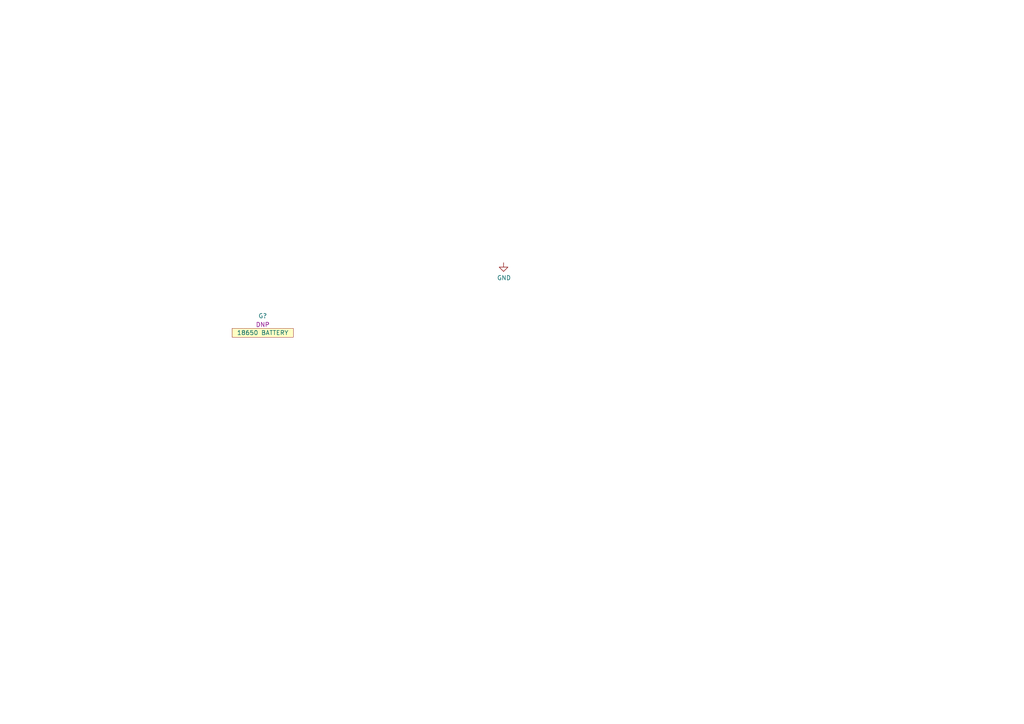
<source format=kicad_sch>
(kicad_sch (version 20211123) (generator eeschema)
  (paper "A4")
  (lib_symbols
    (symbol "master-vampire:G"
      (property "Reference" "G" (at -8.89 2.54 0))
      (property "MPN" "DNP" (at 0 0 0))
      (symbol "G_0_1"
        (rectangle (start -8.89 1.27) (end 8.89 -1.27) (stroke (width 0.1016)) (fill (type background)))
      )
    )
    (symbol "power:GND" (power) (pin_names (offset 0))
      (property "Value" "GND" (at 0 -3.81 0))
      (symbol "GND_0_1"
        (polyline (pts (xy 0 0) (xy 0 -1.27) (xy 1.27 -1.27) (xy 0 -2.54) (xy -1.27 -1.27) (xy 0 -1.27)))
      )
      (symbol "GND_1_1"
        (pin power_in line (at 0 0 270) (length 0) hide (name "GND") (number "1"))
      )
    )
  )
  (symbol (lib_id "power:GND") (at 146.05 76.2 0) (unit 1)
    (property "Reference" "#PWR02" (effects hide))
    (property "Value" "GND" (at 146.177 80.5942 0))
  )
  (symbol (lib_id "master-vampire:G") (at 76.2 96.52 0) (unit 1)
    (property "Reference" "G?" (at 76.2 91.6264 0))
    (property "Value" "18650 BATTERY" (at 76.2 96.52 0))
    (property "MPN" "DNP" (at 76.2 94.1633 0))
    (property "Manufacturer" "DNP" (effects hide))
    (property "Supplier" "DNP" (effects hide))
    (property "Supplier PN" "DNP" (effects hide))
    (property "Package" "DNP" (effects hide))
  )
)
</source>
